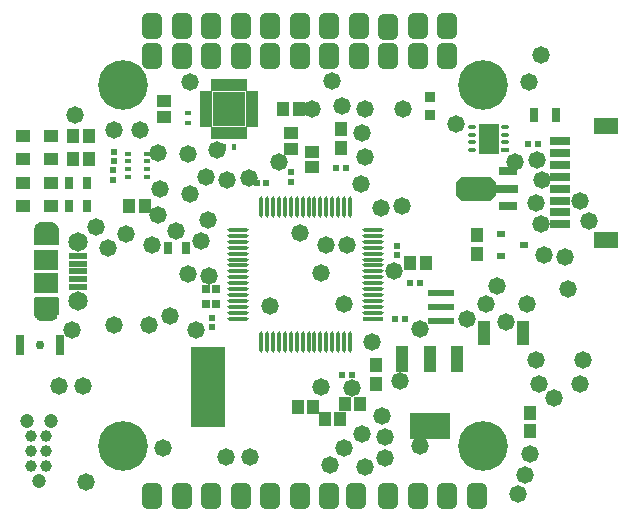
<source format=gbr>
%TF.GenerationSoftware,Altium Limited,Altium Designer,23.4.1 (23)*%
G04 Layer_Color=8388736*
%FSLAX45Y45*%
%MOMM*%
%TF.SameCoordinates,7FD56A8D-89A4-4325-8228-A36E225F6F2E*%
%TF.FilePolarity,Negative*%
%TF.FileFunction,Soldermask,Top*%
%TF.Part,Single*%
G01*
G75*
%TA.AperFunction,SMDPad,CuDef*%
G04:AMPARAMS|DCode=13|XSize=0.31247mm|YSize=1.78828mm|CornerRadius=0.15624mm|HoleSize=0mm|Usage=FLASHONLY|Rotation=180.000|XOffset=0mm|YOffset=0mm|HoleType=Round|Shape=RoundedRectangle|*
%AMROUNDEDRECTD13*
21,1,0.31247,1.47581,0,0,180.0*
21,1,0.00000,1.78828,0,0,180.0*
1,1,0.31247,0.00000,0.73791*
1,1,0.31247,0.00000,0.73791*
1,1,0.31247,0.00000,-0.73791*
1,1,0.31247,0.00000,-0.73791*
%
%ADD13ROUNDEDRECTD13*%
G04:AMPARAMS|DCode=14|XSize=1.78828mm|YSize=0.31247mm|CornerRadius=0.15624mm|HoleSize=0mm|Usage=FLASHONLY|Rotation=180.000|XOffset=0mm|YOffset=0mm|HoleType=Round|Shape=RoundedRectangle|*
%AMROUNDEDRECTD14*
21,1,1.78828,0.00000,0,0,180.0*
21,1,1.47581,0.31247,0,0,180.0*
1,1,0.31247,-0.73791,0.00000*
1,1,0.31247,0.73791,0.00000*
1,1,0.31247,0.73791,0.00000*
1,1,0.31247,-0.73791,0.00000*
%
%ADD14ROUNDEDRECTD14*%
%ADD15R,1.78828X0.31247*%
%ADD16R,0.57247X0.56818*%
%ADD23R,0.80000X1.70000*%
%ADD26R,0.70000X0.60000*%
%ADD29R,2.84000X6.80000*%
%ADD30R,1.01213X1.20840*%
%ADD31R,0.52000X0.52000*%
%ADD32R,0.52000X0.52000*%
%ADD33R,0.75000X1.00000*%
%ADD34R,1.10000X2.05000*%
%ADD39R,1.25000X1.10000*%
%ADD40R,0.50000X0.35000*%
G04:AMPARAMS|DCode=46|XSize=0.73107mm|YSize=0.30247mm|CornerRadius=0.15124mm|HoleSize=0mm|Usage=FLASHONLY|Rotation=180.000|XOffset=0mm|YOffset=0mm|HoleType=Round|Shape=RoundedRectangle|*
%AMROUNDEDRECTD46*
21,1,0.73107,0.00000,0,0,180.0*
21,1,0.42859,0.30247,0,0,180.0*
1,1,0.30247,-0.21430,0.00000*
1,1,0.30247,0.21430,0.00000*
1,1,0.30247,0.21430,0.00000*
1,1,0.30247,-0.21430,0.00000*
%
%ADD46ROUNDEDRECTD46*%
%ADD47R,1.75000X2.50000*%
%ADD48R,0.91213X0.95872*%
%ADD49R,0.70000X1.30000*%
%ADD50R,0.50000X0.40000*%
%ADD51R,0.40000X0.50000*%
%ADD52R,0.73107X0.30247*%
%TA.AperFunction,ComponentPad*%
%ADD59C,0.75000*%
%TA.AperFunction,Conductor*%
%ADD78C,0.70320*%
%TA.AperFunction,SMDPad,CuDef*%
%ADD79R,1.00320X1.15320*%
%ADD80R,2.00320X0.80320*%
G04:AMPARAMS|DCode=81|XSize=2.1032mm|YSize=3.4032mm|CornerRadius=0mm|HoleSize=0mm|Usage=FLASHONLY|Rotation=270.000|XOffset=0mm|YOffset=0mm|HoleType=Round|Shape=Octagon|*
%AMOCTAGOND81*
4,1,8,1.70160,0.52580,1.70160,-0.52580,1.17580,-1.05160,-1.17580,-1.05160,-1.70160,-0.52580,-1.70160,0.52580,-1.17580,1.05160,1.17580,1.05160,1.70160,0.52580,0.0*
%
%ADD81OCTAGOND81*%

%ADD82R,1.60320X0.80320*%
%ADD83R,1.55320X0.60320*%
%ADD84R,2.10320X1.70320*%
%ADD85R,1.75320X0.80320*%
%ADD86R,2.00320X1.40320*%
%ADD87R,1.10320X2.30320*%
%ADD88R,3.40320X2.30320*%
%ADD89R,1.15320X1.00320*%
%ADD90R,1.05320X1.15320*%
%ADD91R,1.10320X1.25320*%
%ADD92R,0.65320X0.65320*%
%ADD93R,1.15320X1.05320*%
%ADD94R,0.55320X1.00320*%
%ADD95R,1.05320X0.55320*%
%ADD96R,2.80320X2.90320*%
%ADD97R,2.20320X0.60320*%
%TA.AperFunction,ViaPad*%
%ADD98C,1.19421*%
%TA.AperFunction,SMDPad,CuDef*%
%ADD99C,0.99019*%
%ADD100C,0.99009*%
%TA.AperFunction,ComponentPad*%
%ADD101C,1.65320*%
%TA.AperFunction,ViaPad*%
%ADD102C,4.20320*%
G04:AMPARAMS|DCode=103|XSize=1.7272mm|YSize=2.2032mm|CornerRadius=0.4826mm|HoleSize=0mm|Usage=FLASHONLY|Rotation=0.000|XOffset=0mm|YOffset=0mm|HoleType=Round|Shape=RoundedRectangle|*
%AMROUNDEDRECTD103*
21,1,1.72720,1.23800,0,0,0.0*
21,1,0.76200,2.20320,0,0,0.0*
1,1,0.96520,0.38100,-0.61900*
1,1,0.96520,-0.38100,-0.61900*
1,1,0.96520,-0.38100,0.61900*
1,1,0.96520,0.38100,0.61900*
%
%ADD103ROUNDEDRECTD103*%
%ADD104C,1.47320*%
%ADD105C,0.70320*%
G36*
X551328Y1955096D02*
X552634Y1954836D01*
X553896Y1954408D01*
X555090Y1953819D01*
X556198Y1953079D01*
X557199Y1952201D01*
X558077Y1951200D01*
X558817Y1950092D01*
X559406Y1948898D01*
X559834Y1947636D01*
X560094Y1946330D01*
X560181Y1945001D01*
Y1815001D01*
X560094Y1813672D01*
X559834Y1812366D01*
X559406Y1811105D01*
X558817Y1809910D01*
X558077Y1808803D01*
X557199Y1807802D01*
X556198Y1806923D01*
X555090Y1806184D01*
X553896Y1805594D01*
X552634Y1805166D01*
X551328Y1804906D01*
X549999Y1804819D01*
X510184D01*
Y1765003D01*
X510097Y1763674D01*
X509837Y1762368D01*
X509409Y1761107D01*
X509118Y1760518D01*
X508820Y1759913D01*
X508080Y1758805D01*
X507202Y1757804D01*
X507201D01*
Y1757804D01*
X506200Y1756926D01*
X505093Y1756186D01*
X504488Y1755887D01*
X503898Y1755596D01*
X502637Y1755168D01*
X501331Y1754909D01*
X500002Y1754821D01*
X409999Y1754819D01*
D01*
X409999D01*
X408670Y1754906D01*
X407364Y1755166D01*
X406103Y1755594D01*
X405514Y1755885D01*
X404909Y1756183D01*
X403801Y1756923D01*
X402800Y1757801D01*
Y1757801D01*
X402800D01*
X401921Y1758803D01*
X401182Y1759910D01*
X400883Y1760515D01*
X400592Y1761104D01*
X400164Y1762366D01*
X399904Y1763672D01*
X399817Y1765001D01*
Y1765001D01*
D01*
Y1804819D01*
X359999D01*
X358670Y1804906D01*
X357364Y1805166D01*
X356103Y1805594D01*
X354908Y1806184D01*
X353801Y1806923D01*
X352799Y1807802D01*
X351921Y1808803D01*
X351181Y1809910D01*
X350592Y1811105D01*
X350164Y1812366D01*
X349904Y1813672D01*
X349817Y1815001D01*
Y1945001D01*
X349904Y1946330D01*
X350164Y1947636D01*
X350592Y1948898D01*
X351181Y1950092D01*
X351921Y1951200D01*
X352799Y1952201D01*
X353801Y1953079D01*
X354908Y1953819D01*
X356103Y1954408D01*
X357364Y1954836D01*
X358670Y1955096D01*
X359999Y1955183D01*
X549999D01*
X551328Y1955096D01*
D02*
G37*
G36*
X501328Y2595096D02*
X502634Y2594836D01*
X503895Y2594408D01*
X504484Y2594118D01*
X505090Y2593819D01*
X506197Y2593079D01*
X507198Y2592201D01*
Y2592201D01*
X507199D01*
X508077Y2591200D01*
X508817Y2590092D01*
X509115Y2589487D01*
X509406Y2588898D01*
X509834Y2587637D01*
X510094Y2586331D01*
X510181Y2585002D01*
Y2585001D01*
D01*
Y2545183D01*
X549999D01*
X551328Y2545096D01*
X552634Y2544836D01*
X553896Y2544408D01*
X555090Y2543819D01*
X556198Y2543079D01*
X557199Y2542201D01*
X558077Y2541200D01*
X558817Y2540092D01*
X559406Y2538898D01*
X559834Y2537637D01*
X560094Y2536330D01*
X560181Y2535001D01*
Y2405001D01*
X560094Y2403672D01*
X559834Y2402366D01*
X559406Y2401105D01*
X558817Y2399910D01*
X558077Y2398803D01*
X557199Y2397802D01*
X556198Y2396924D01*
X555090Y2396184D01*
X553896Y2395594D01*
X552634Y2395166D01*
X551328Y2394907D01*
X549999Y2394819D01*
X359999D01*
X358670Y2394907D01*
X357364Y2395166D01*
X356103Y2395594D01*
X354908Y2396184D01*
X353801Y2396924D01*
X352799Y2397802D01*
X351921Y2398803D01*
X351181Y2399910D01*
X350592Y2401105D01*
X350164Y2402366D01*
X349904Y2403672D01*
X349817Y2405001D01*
Y2535001D01*
X349904Y2536330D01*
X350164Y2537637D01*
X350592Y2538898D01*
X351181Y2540092D01*
X351921Y2541200D01*
X352799Y2542201D01*
X353801Y2543079D01*
X354908Y2543819D01*
X356103Y2544408D01*
X357364Y2544836D01*
X358670Y2545096D01*
X359999Y2545183D01*
X399815D01*
Y2584999D01*
X399902Y2586328D01*
X400162Y2587634D01*
X400589Y2588896D01*
X400880Y2589485D01*
X401179Y2590090D01*
X401918Y2591197D01*
X402797Y2592199D01*
X402797D01*
Y2592199D01*
X403798Y2593077D01*
X404905Y2593817D01*
X405510Y2594115D01*
X406100Y2594406D01*
X407361Y2594834D01*
X408667Y2595094D01*
X409996Y2595181D01*
X499999Y2595183D01*
D01*
X499999D01*
X501328Y2595096D01*
D02*
G37*
D13*
X2925001Y1580875D02*
D03*
X2874994D02*
D03*
X2825001D02*
D03*
X2774999D02*
D03*
X2725002D02*
D03*
X2674999D02*
D03*
X2625002D02*
D03*
X2574999D02*
D03*
X2525002D02*
D03*
X2475000D02*
D03*
X2425002D02*
D03*
X2374995D02*
D03*
X2325002D02*
D03*
X2275000D02*
D03*
X2375000Y2719121D02*
D03*
X2425002D02*
D03*
X2475000D02*
D03*
X2525002D02*
D03*
X2574999Y2719115D02*
D03*
X2625002Y2719121D02*
D03*
X2674999D02*
D03*
X2725002D02*
D03*
X2774999Y2719115D02*
D03*
X2825001D02*
D03*
X3025001Y2719121D02*
D03*
X2275000Y2719115D02*
D03*
X3025001Y1580875D02*
D03*
X2874999Y2719121D02*
D03*
X2925001D02*
D03*
X2974999Y1580875D02*
D03*
X2325002Y2719115D02*
D03*
X2974999Y2719121D02*
D03*
D14*
X2080878Y1874992D02*
D03*
Y1924995D02*
D03*
Y1974997D02*
D03*
Y2025000D02*
D03*
Y2074997D02*
D03*
Y2124999D02*
D03*
Y2174997D02*
D03*
Y2224999D02*
D03*
Y2274996D02*
D03*
Y2324999D02*
D03*
Y2374996D02*
D03*
Y2424999D02*
D03*
Y2474996D02*
D03*
Y2524999D02*
D03*
X3219123D02*
D03*
Y2474996D02*
D03*
Y2424999D02*
D03*
Y2374996D02*
D03*
Y2274991D02*
D03*
Y2224999D02*
D03*
Y2174997D02*
D03*
Y2124999D02*
D03*
X3219118Y2074997D02*
D03*
X3219123Y2025000D02*
D03*
Y1974997D02*
D03*
Y1924995D02*
D03*
Y1874997D02*
D03*
Y1824995D02*
D03*
X2080878Y1774997D02*
D03*
Y1824995D02*
D03*
X3219123Y2324994D02*
D03*
D15*
Y1774992D02*
D03*
D16*
X2525002Y2929783D02*
D03*
Y3020217D02*
D03*
D23*
X569999Y1550000D02*
D03*
X229994D02*
D03*
D26*
X4300000Y2495001D02*
D03*
Y2304999D02*
D03*
X4499999Y2400000D02*
D03*
D29*
X1824998Y1200002D02*
D03*
D30*
X4550002Y980186D02*
D03*
Y819815D02*
D03*
X3250004Y1380185D02*
D03*
Y1219809D02*
D03*
X2950000Y3380186D02*
D03*
X4100000Y2319807D02*
D03*
X2950000Y3219810D02*
D03*
X4100000Y2480183D02*
D03*
D31*
X3424997Y2310001D02*
D03*
Y2390001D02*
D03*
X1018503Y3031490D02*
D03*
Y2951490D02*
D03*
X1859245Y1784266D02*
D03*
X1025000Y3109996D02*
D03*
X1859245Y1704266D02*
D03*
X1025000Y3189996D02*
D03*
D32*
X3489999Y1774998D02*
D03*
X3410000D02*
D03*
X4535001Y3249996D02*
D03*
X4615000D02*
D03*
X3615001Y2074992D02*
D03*
X2990000Y3049996D02*
D03*
X2315010Y2924997D02*
D03*
X2959997Y1299997D02*
D03*
X2235010Y2924997D02*
D03*
X2910000Y3049996D02*
D03*
X3039997Y1299997D02*
D03*
X3535001Y2074992D02*
D03*
D33*
X650005Y2924998D02*
D03*
X800002D02*
D03*
X1485908Y2374986D02*
D03*
X1635906D02*
D03*
X649999Y2724998D02*
D03*
X800002D02*
D03*
D34*
X4160000Y1649999D02*
D03*
X4490002D02*
D03*
D39*
X492499Y3124997D02*
D03*
X257498D02*
D03*
Y2724998D02*
D03*
Y3325002D02*
D03*
Y2924998D02*
D03*
X492499Y2724998D02*
D03*
Y2924998D02*
D03*
Y3325002D02*
D03*
D40*
X1305005Y3172500D02*
D03*
Y3107502D02*
D03*
Y3042503D02*
D03*
Y2977505D02*
D03*
X1145000D02*
D03*
Y3042503D02*
D03*
Y3107502D02*
D03*
Y3172500D02*
D03*
D46*
X4060950Y3332505D02*
D03*
X4339055Y3397504D02*
D03*
X4060950Y3202503D02*
D03*
Y3267501D02*
D03*
Y3397504D02*
D03*
X4339055Y3332505D02*
D03*
Y3267501D02*
D03*
D47*
X4200000Y3300003D02*
D03*
D48*
X3700001Y3502330D02*
D03*
Y3647673D02*
D03*
D49*
X4770001Y3499998D02*
D03*
X4579999D02*
D03*
D50*
X1649997Y3514999D02*
D03*
Y3434999D02*
D03*
D51*
X1960004Y3225002D02*
D03*
X2040004D02*
D03*
D52*
X4339055Y3202503D02*
D03*
D59*
X399996Y1550000D02*
D03*
D78*
X512759Y1836500D02*
G03*
X477087Y1825002I-12760J-21498D01*
G01*
X522912D02*
G03*
X512759Y1836500I-22912J-10001D01*
G01*
D02*
G03*
X477087Y1825002I-12760J-21498D01*
G01*
X522912D02*
G03*
X512759Y1836500I-22912J-10001D01*
G01*
Y1793503D02*
G03*
X522912Y1825002I-12760J21498D01*
G01*
X474999Y1815001D02*
G03*
X512759Y1793503I25000J0D01*
G01*
D02*
G03*
X522912Y1825002I-12760J21498D01*
G01*
X474999Y1815001D02*
G03*
X512759Y1793503I25000J0D01*
G01*
X400910Y1791712D02*
G03*
X402286Y1791221I9090J23289D01*
G01*
X400910Y1791712D02*
G03*
X402286Y1791221I9090J23289D01*
G01*
X402287Y1791220D02*
G03*
X407712Y1790106I7712J23781D01*
G01*
X402287Y1791220D02*
G03*
X407712Y1790106I7712J23781D01*
G01*
X402287Y1791220D02*
G03*
X407712Y1790106I7712J23781D01*
G01*
X402287Y1791220D02*
G03*
X407712Y1790106I7712J23781D01*
G01*
X407720Y1790105D02*
G03*
X409998Y1790001I2279J24896D01*
G01*
X407720Y1790105D02*
G03*
X409998Y1790001I2279J24896D01*
G01*
X407720Y1790105D02*
G03*
X409998Y1790001I2279J24896D01*
G01*
X407720Y1790105D02*
G03*
X409998Y1790001I2279J24896D01*
G01*
X387087Y1804999D02*
G03*
X400904Y1791714I22912J10002D01*
G01*
X387087Y1804999D02*
G03*
X400904Y1791714I22912J10002D01*
G01*
X400910Y1791712D02*
G03*
X402286Y1791221I9090J23289D01*
G01*
X400910Y1791712D02*
G03*
X402286Y1791221I9090J23289D01*
G01*
X387087Y1804999D02*
G03*
X400904Y1791714I22912J10002D01*
G01*
X387087Y1804999D02*
G03*
X400904Y1791714I22912J10002D01*
G01*
X409998Y1790001D02*
G03*
X427450Y1797100I1J25000D01*
G01*
X409998Y1790001D02*
G03*
X427450Y1797100I1J25000D01*
G01*
X409998Y1790001D02*
G03*
X427450Y1797100I1J25000D01*
G01*
X409998Y1790001D02*
G03*
X427450Y1797100I1J25000D01*
G01*
X385106Y1812694D02*
G03*
X385107Y1812684I24893J2307D01*
G01*
X385104Y1812713D02*
G03*
X385106Y1812695I24895J2288D01*
G01*
Y1812694D02*
G03*
X385107Y1812684I24893J2307D01*
G01*
X385104Y1812713D02*
G03*
X385106Y1812695I24895J2288D01*
G01*
X385104Y1812713D02*
G03*
X385106Y1812695I24895J2288D01*
G01*
Y1812694D02*
G03*
X385107Y1812684I24893J2307D01*
G01*
X385106Y1812694D02*
G03*
X385107Y1812684I24893J2307D01*
G01*
X384999Y1814999D02*
G03*
X385037Y1813623I25000J2D01*
G01*
X384999Y1814999D02*
G03*
X385037Y1813623I25000J2D01*
G01*
X385038Y1813612D02*
G03*
X385104Y1812720I24961J1389D01*
G01*
X385037Y1813621D02*
G03*
X385038Y1813612I24962J1380D01*
G01*
X384999Y1814999D02*
G03*
X385037Y1813623I25000J2D01*
G01*
X384999Y1814999D02*
G03*
X385037Y1813623I25000J2D01*
G01*
X385038Y1813612D02*
G03*
X385104Y1812720I24961J1389D01*
G01*
X385037Y1813621D02*
G03*
X385038Y1813612I24962J1380D01*
G01*
X385104Y1812713D02*
G03*
X385106Y1812695I24895J2288D01*
G01*
X385038Y1813612D02*
G03*
X385104Y1812720I24961J1389D01*
G01*
X385037Y1813621D02*
G03*
X385038Y1813612I24962J1380D01*
G01*
D02*
G03*
X385104Y1812720I24961J1389D01*
G01*
X385037Y1813621D02*
G03*
X385038Y1813612I24962J1380D01*
G01*
X386159Y1807474D02*
G03*
X386711Y1805909I23840J7527D01*
G01*
X386159Y1807474D02*
G03*
X386711Y1805909I23840J7527D01*
G01*
X386159Y1807474D02*
G03*
X386711Y1805909I23840J7527D01*
G01*
X385737Y1808974D02*
G03*
X386157Y1807480I24263J6027D01*
G01*
X385737Y1808974D02*
G03*
X386157Y1807480I24263J6027D01*
G01*
X386712Y1805906D02*
G03*
X387087Y1804999I23287J9095D01*
G01*
X386712Y1805906D02*
G03*
X387087Y1804999I23287J9095D01*
G01*
X386712Y1805906D02*
G03*
X387087Y1804999I23287J9095D01*
G01*
X386159Y1807474D02*
G03*
X386711Y1805909I23840J7527D01*
G01*
X386712Y1805906D02*
G03*
X387087Y1804999I23287J9095D01*
G01*
X385737Y1808974D02*
G03*
X386157Y1807480I24263J6027D01*
G01*
X384999Y1815009D02*
G03*
X384999Y1815001I25000J-8D01*
G01*
X386816Y1824358D02*
G03*
X384999Y1815009I23183J-9357D01*
G01*
X385737Y1808974D02*
G03*
X386157Y1807480I24263J6027D01*
G01*
X384999Y1815009D02*
G03*
X384999Y1815001I25000J-8D01*
G01*
X386816Y1824358D02*
G03*
X384999Y1815009I23183J-9357D01*
G01*
X386818Y1824363D02*
G03*
X386817Y1824359I23181J-9362D01*
G01*
X386818Y1824363D02*
G03*
X386817Y1824359I23181J-9362D01*
G01*
X387087Y1825003D02*
G03*
X386820Y1824367I22912J-10002D01*
G01*
X387087Y1825003D02*
G03*
X386820Y1824367I22912J-10002D01*
G01*
X387087Y1825003D02*
G03*
X386820Y1824367I22912J-10002D01*
G01*
X387087Y1825003D02*
G03*
X386820Y1824367I22912J-10002D01*
G01*
X425156Y2515120D02*
G03*
X431664Y2522527I-15157J19881D01*
G01*
X425156Y2515120D02*
G03*
X431664Y2522527I-15157J19881D01*
G01*
X477087Y1825002D02*
G03*
X475719Y1820957I22912J-10001D01*
G01*
X477087Y1825002D02*
G03*
X475719Y1820957I22912J-10001D01*
G01*
X431664Y2522527D02*
G03*
X434418Y2529642I-21665J12474D01*
G01*
X431664Y2522527D02*
G03*
X434418Y2529642I-21665J12474D01*
G01*
X434418Y2529646D02*
G03*
X434910Y2532900I-24420J5356D01*
G01*
X434418Y2529646D02*
G03*
X434910Y2532900I-24420J5356D01*
G01*
Y2532901D02*
G03*
X434997Y2534683I-24912J2100D01*
G01*
Y2534684D02*
G03*
X434999Y2534866I-24998J318D01*
G01*
X434997Y2534684D02*
G03*
X434999Y2534866I-24998J318D01*
G01*
D02*
G03*
X434999Y2534902I-25000J135D01*
G01*
Y2534902D02*
G03*
X434999Y2534907I-25000J99D01*
G01*
Y2534866D02*
G03*
X434999Y2534902I-25000J135D01*
G01*
Y2534902D02*
G03*
X434999Y2534907I-25000J99D01*
G01*
Y2534907D02*
G03*
X434999Y2534912I-25000J94D01*
G01*
Y2534907D02*
G03*
X434999Y2534912I-25000J94D01*
G01*
D02*
G03*
X434999Y2534953I-25000J89D01*
G01*
X434999Y2534912D02*
G03*
X434999Y2534953I-25000J89D01*
G01*
X430011Y1800017D02*
G03*
X430024Y1800034I-20012J14984D01*
G01*
X430011Y1800017D02*
G03*
X430024Y1800034I-20012J14984D01*
G01*
X385107Y1812682D02*
G03*
X385729Y1809005I24892J2319D01*
G01*
X385107Y1812682D02*
G03*
X385729Y1809005I24892J2319D01*
G01*
X385107Y1812682D02*
G03*
X385729Y1809005I24892J2319D01*
G01*
X385107Y1812682D02*
G03*
X385729Y1809005I24892J2319D01*
G01*
X432907Y1825013D02*
G03*
X387088Y1825004I-22908J-10011D01*
G01*
X430025Y1800036D02*
G03*
X432912Y1825002I-20026J14966D01*
G01*
X432907Y1825013D02*
G03*
X387088Y1825004I-22908J-10011D01*
G01*
X432907Y1825013D02*
G03*
X387088Y1825004I-22908J-10011D01*
G01*
X432907Y1825013D02*
G03*
X387088Y1825004I-22908J-10011D01*
G01*
X430025Y1800036D02*
G03*
X432912Y1825002I-20026J14966D01*
G01*
X432911Y1825004D02*
G03*
X432908Y1825011I-22912J-10003D01*
G01*
X432911Y1825004D02*
G03*
X432908Y1825011I-22912J-10003D01*
G01*
X434999Y2534954D02*
G03*
X434999Y2534998I-25000J47D01*
G01*
Y2534954D02*
G03*
X434999Y2534998I-25000J47D01*
G01*
X398940Y2512580D02*
G03*
X400928Y2511705I11059J22421D01*
G01*
X398940Y2512580D02*
G03*
X400928Y2511705I11059J22421D01*
G01*
X388698Y2521915D02*
G03*
X398940Y2512580I21301J13087D01*
G01*
X384999Y2534998D02*
G03*
X388698Y2521915I25000J3D01*
G01*
X420934Y2512520D02*
G03*
X422473Y2513336I-10935J22482D01*
G01*
X400932Y2511704D02*
G03*
X420931Y2512518I9067J23298D01*
G01*
X384999Y2534998D02*
G03*
X388698Y2521915I25000J3D01*
G01*
D02*
G03*
X398940Y2512580I21301J13087D01*
G01*
X420934Y2512520D02*
G03*
X422473Y2513336I-10935J22482D01*
G01*
X422475Y2513337D02*
G03*
X425156Y2515120I-12476J21664D01*
G01*
X422475Y2513337D02*
G03*
X425156Y2515120I-12476J21664D01*
G01*
X385734Y1808984D02*
G03*
X385736Y1808978I24265J6017D01*
G01*
X385734Y1808984D02*
G03*
X385736Y1808978I24265J6017D01*
G01*
X400932Y2511704D02*
G03*
X420930Y2512517I9067J23298D01*
G01*
X434999Y2535000D02*
G03*
X384999Y2535001I-25000J1D01*
G01*
X385730Y1808999D02*
G03*
X385732Y1808995I24269J6002D01*
G01*
X385730Y1808999D02*
G03*
X385732Y1808995I24269J6002D01*
G01*
X427459Y1797109D02*
G03*
X427469Y1797118I-17460J17892D01*
G01*
X427459Y1797109D02*
G03*
X427469Y1797118I-17460J17892D01*
G01*
D02*
G03*
X427473Y1797122I-17470J17883D01*
G01*
X427469Y1797118D02*
G03*
X427473Y1797122I-17470J17883D01*
G01*
X427474Y1797123D02*
G03*
X428102Y1797759I-17475J17878D01*
G01*
X427474Y1797123D02*
G03*
X428102Y1797759I-17475J17878D01*
G01*
X428102Y1797759D02*
G03*
X428113Y1797771I-18103J17242D01*
G01*
X428102Y1797759D02*
G03*
X428113Y1797771I-18103J17242D01*
G01*
X427450Y1797100D02*
G03*
X427453Y1797103I-17451J17902D01*
G01*
X427450Y1797100D02*
G03*
X427453Y1797103I-17451J17902D01*
G01*
X474999Y2535000D02*
G03*
X499995Y2560001I25000J2D01*
G01*
X483248Y2553559D02*
G03*
X474999Y2535006I16751J-18558D01*
G01*
X483248Y2553559D02*
G03*
X474999Y2535006I16751J-18558D01*
G01*
X483252Y2553563D02*
G03*
X483248Y2553560I16747J-18562D01*
G01*
X483252Y2553563D02*
G03*
X483248Y2553560I16747J-18562D01*
G01*
X499994Y2560001D02*
G03*
X483252Y2553563I5J-25000D01*
G01*
X499994Y2560001D02*
G03*
X483252Y2553563I5J-25000D01*
G01*
X427456Y1797105D02*
G03*
X427459Y1797108I-17456J17896D01*
G01*
X427456Y1797105D02*
G03*
X427459Y1797108I-17456J17896D01*
G01*
X428118Y1797776D02*
G03*
X430009Y1800015I-18119J17225D01*
G01*
X428118Y1797776D02*
G03*
X430009Y1800015I-18119J17225D01*
G01*
X475719Y1820957D02*
G03*
X474999Y1815001I24280J-5956D01*
G01*
X474999Y2535006D02*
G03*
X474999Y2535001I25000J-5D01*
G01*
Y2535000D02*
G03*
X499996Y2560001I25000J2D01*
G01*
D79*
X3665005Y2249998D02*
D03*
X3535003D02*
D03*
X2937500Y925000D02*
D03*
X2812497D02*
D03*
X2585002Y1024996D02*
D03*
X3112504Y1050000D02*
D03*
X2987506D02*
D03*
X2715004Y1024996D02*
D03*
D80*
X4344993Y2875005D02*
D03*
D81*
X4094996D02*
D03*
D82*
X4364993Y3025008D02*
D03*
Y2725008D02*
D03*
D83*
X725000Y2045000D02*
D03*
Y2109999D02*
D03*
Y2174997D02*
D03*
Y2239996D02*
D03*
Y2304999D02*
D03*
D84*
X454998Y2074997D02*
D03*
Y2274997D02*
D03*
D85*
X4805002Y3275000D02*
D03*
Y3175000D02*
D03*
Y2575001D02*
D03*
Y2675001D02*
D03*
Y2775001D02*
D03*
Y2875000D02*
D03*
Y2975000D02*
D03*
Y3075000D02*
D03*
D86*
X5192499Y2444999D02*
D03*
Y3405002D02*
D03*
D87*
X3930003Y1434998D02*
D03*
X3700001D02*
D03*
X3470004D02*
D03*
D88*
X3700001Y864997D02*
D03*
D89*
X2699998Y3059999D02*
D03*
Y3190001D02*
D03*
X1450003Y3614999D02*
D03*
Y3485002D02*
D03*
D90*
X2592500Y3549995D02*
D03*
X2457499D02*
D03*
D91*
X682501Y3324997D02*
D03*
X817502D02*
D03*
X1157502Y2724998D02*
D03*
X1292503D02*
D03*
X682501Y3124997D02*
D03*
X817497D02*
D03*
D92*
X1810002Y1900001D02*
D03*
X1890002D02*
D03*
X1810002Y2025000D02*
D03*
X1890002D02*
D03*
D93*
X2525002Y3215000D02*
D03*
Y3350001D02*
D03*
D94*
X2124998Y3750000D02*
D03*
X2075000D02*
D03*
X2024998D02*
D03*
X1974996D02*
D03*
X1924998D02*
D03*
X1874996D02*
D03*
Y3350001D02*
D03*
X1924998D02*
D03*
X1974996D02*
D03*
X2024998D02*
D03*
X2075000D02*
D03*
X2124998D02*
D03*
D95*
X1802499Y3674999D02*
D03*
Y3625001D02*
D03*
Y3574999D02*
D03*
Y3525002D02*
D03*
Y3474999D02*
D03*
Y3424997D02*
D03*
X2197500D02*
D03*
Y3474999D02*
D03*
Y3525002D02*
D03*
Y3574999D02*
D03*
Y3625001D02*
D03*
Y3674999D02*
D03*
D96*
X1999999Y3550000D02*
D03*
D97*
X3800001Y1874997D02*
D03*
Y1754998D02*
D03*
Y1994997D02*
D03*
D98*
X287020Y906780D02*
D03*
X388620Y398780D02*
D03*
X490220Y906780D02*
D03*
D99*
X325120Y525780D02*
D03*
Y652780D02*
D03*
X452120Y525780D02*
D03*
Y652780D02*
D03*
X325120Y779780D02*
D03*
D100*
X452120D02*
D03*
D101*
X725000Y2424999D02*
D03*
Y1925000D02*
D03*
D102*
X1100001Y699998D02*
D03*
X4150003Y3750000D02*
D03*
Y699998D02*
D03*
X1100001Y3750000D02*
D03*
D103*
X3850000Y4250000D02*
D03*
X3849998Y4000002D02*
D03*
X3600001D02*
D03*
X3599996Y4249999D02*
D03*
X3349994Y4240799D02*
D03*
X3349999Y4000002D02*
D03*
X3100002D02*
D03*
X3099997Y4249994D02*
D03*
X2850000D02*
D03*
Y4000002D02*
D03*
X2599998D02*
D03*
Y4249994D02*
D03*
X2349996Y4249999D02*
D03*
X2099999Y4000002D02*
D03*
Y4249994D02*
D03*
X1849997Y4249999D02*
D03*
X1850002Y4000002D02*
D03*
X1600000D02*
D03*
Y4249994D02*
D03*
X1349998Y4249999D02*
D03*
Y3999997D02*
D03*
X4100000Y275000D02*
D03*
X3850000D02*
D03*
X3600000D02*
D03*
X3349999Y275000D02*
D03*
X3074998D02*
D03*
X2850000D02*
D03*
X2600003D02*
D03*
X2350001D02*
D03*
X1850002D02*
D03*
X1600000D02*
D03*
X1350003D02*
D03*
X2350001Y4000002D02*
D03*
X2099999Y275000D02*
D03*
D104*
X4425000Y3100000D02*
D03*
X4610166Y3118962D02*
D03*
X1400000Y2650000D02*
D03*
X2700000Y3550000D02*
D03*
X2959333Y3578599D02*
D03*
X3150000Y3550000D02*
D03*
X1444560Y680387D02*
D03*
X1824030Y2613724D02*
D03*
X1130968Y2494597D02*
D03*
X3155751Y3146167D02*
D03*
X1650796Y2149638D02*
D03*
X3317800Y774884D02*
D03*
X1899668Y3204108D02*
D03*
X3397430Y2176178D02*
D03*
X2781779Y2159606D02*
D03*
X2858894Y538404D02*
D03*
X2972601Y679739D02*
D03*
X4346102Y1748944D02*
D03*
X3445527Y1250000D02*
D03*
X1981985Y2946218D02*
D03*
X4271400Y2049011D02*
D03*
X3300000Y951070D02*
D03*
X4665941Y2309832D02*
D03*
X1835015Y2136364D02*
D03*
X1651473Y3170677D02*
D03*
X2424712Y3100970D02*
D03*
X3463714Y2725560D02*
D03*
X2976438Y1902389D02*
D03*
X4549820Y626565D02*
D03*
X4506695Y454899D02*
D03*
X4875000Y2025000D02*
D03*
X1418345Y2868345D02*
D03*
X3117175Y2918367D02*
D03*
X1403600Y3174870D02*
D03*
X1500000Y1800000D02*
D03*
X1325000Y1725000D02*
D03*
X794586Y394586D02*
D03*
X3156401Y516152D02*
D03*
X4539641Y3781488D02*
D03*
X4639081Y4010786D02*
D03*
X4445295Y287069D02*
D03*
X2781401Y1196097D02*
D03*
X3042671Y1185097D02*
D03*
X3209860Y1577740D02*
D03*
X3619504Y1687417D02*
D03*
X4175000Y1900000D02*
D03*
X2171901Y2965796D02*
D03*
X767245Y1201051D02*
D03*
X1725000Y1675000D02*
D03*
X3618165Y693165D02*
D03*
X1762240Y2428400D02*
D03*
X4018901Y1775000D02*
D03*
X3125000Y800000D02*
D03*
X3324247Y598002D02*
D03*
X1669937Y2832598D02*
D03*
X1807755Y2977404D02*
D03*
X1552407Y2519770D02*
D03*
X1350000Y2400000D02*
D03*
X875000Y2550000D02*
D03*
X1250000Y3375000D02*
D03*
X1675000Y3775000D02*
D03*
X2600000Y2500000D02*
D03*
X3001991Y2398274D02*
D03*
X2825000Y2400000D02*
D03*
X3125000Y3350000D02*
D03*
X3475000Y3550000D02*
D03*
X3925000Y3425000D02*
D03*
X4521500Y1896428D02*
D03*
X3286386Y2709923D02*
D03*
X2349907Y1880690D02*
D03*
X1025002Y1724998D02*
D03*
X672254Y1676964D02*
D03*
X4850000Y2300000D02*
D03*
X4638602Y2577974D02*
D03*
X4600155Y2750748D02*
D03*
X5050000Y2600000D02*
D03*
X4648732Y2946214D02*
D03*
X2875000Y3791000D02*
D03*
X4975000Y2775000D02*
D03*
X4624842Y1225158D02*
D03*
X975000Y2375000D02*
D03*
X4750000Y1100000D02*
D03*
X4975000Y1225000D02*
D03*
X5000000Y1425000D02*
D03*
X559569Y1206206D02*
D03*
X4600000Y1425000D02*
D03*
X700000Y3500000D02*
D03*
X1025000Y3375000D02*
D03*
X2175000Y600000D02*
D03*
X1975000D02*
D03*
D105*
X2099999Y3450000D02*
D03*
X1999999Y3550000D02*
D03*
Y3450000D02*
D03*
X1900000Y3550000D02*
D03*
Y3450000D02*
D03*
%TF.MD5,b5857162625b1ca5d396b334ffb518f8*%
M02*

</source>
